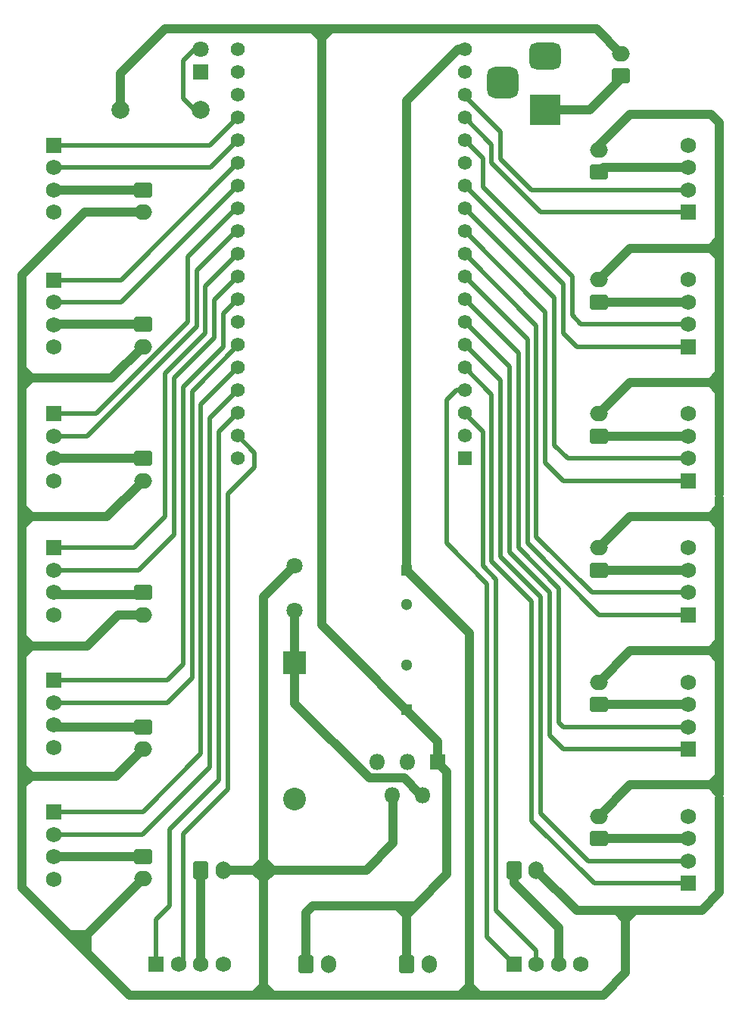
<source format=gtl>
G04 #@! TF.GenerationSoftware,KiCad,Pcbnew,(6.0.7)*
G04 #@! TF.CreationDate,2023-05-03T18:48:37+01:00*
G04 #@! TF.ProjectId,beehive,62656568-6976-4652-9e6b-696361645f70,rev?*
G04 #@! TF.SameCoordinates,Original*
G04 #@! TF.FileFunction,Copper,L1,Top*
G04 #@! TF.FilePolarity,Positive*
%FSLAX46Y46*%
G04 Gerber Fmt 4.6, Leading zero omitted, Abs format (unit mm)*
G04 Created by KiCad (PCBNEW (6.0.7)) date 2023-05-03 18:48:37*
%MOMM*%
%LPD*%
G01*
G04 APERTURE LIST*
G04 Aperture macros list*
%AMRoundRect*
0 Rectangle with rounded corners*
0 $1 Rounding radius*
0 $2 $3 $4 $5 $6 $7 $8 $9 X,Y pos of 4 corners*
0 Add a 4 corners polygon primitive as box body*
4,1,4,$2,$3,$4,$5,$6,$7,$8,$9,$2,$3,0*
0 Add four circle primitives for the rounded corners*
1,1,$1+$1,$2,$3*
1,1,$1+$1,$4,$5*
1,1,$1+$1,$6,$7*
1,1,$1+$1,$8,$9*
0 Add four rect primitives between the rounded corners*
20,1,$1+$1,$2,$3,$4,$5,0*
20,1,$1+$1,$4,$5,$6,$7,0*
20,1,$1+$1,$6,$7,$8,$9,0*
20,1,$1+$1,$8,$9,$2,$3,0*%
G04 Aperture macros list end*
G04 #@! TA.AperFunction,ComponentPad*
%ADD10R,1.750000X1.750000*%
G04 #@! TD*
G04 #@! TA.AperFunction,ComponentPad*
%ADD11C,1.750000*%
G04 #@! TD*
G04 #@! TA.AperFunction,ComponentPad*
%ADD12R,3.500000X3.500000*%
G04 #@! TD*
G04 #@! TA.AperFunction,ComponentPad*
%ADD13RoundRect,0.750000X-1.000000X0.750000X-1.000000X-0.750000X1.000000X-0.750000X1.000000X0.750000X0*%
G04 #@! TD*
G04 #@! TA.AperFunction,ComponentPad*
%ADD14RoundRect,0.875000X-0.875000X0.875000X-0.875000X-0.875000X0.875000X-0.875000X0.875000X0.875000X0*%
G04 #@! TD*
G04 #@! TA.AperFunction,ComponentPad*
%ADD15C,1.800000*%
G04 #@! TD*
G04 #@! TA.AperFunction,ComponentPad*
%ADD16R,1.300000X1.300000*%
G04 #@! TD*
G04 #@! TA.AperFunction,ComponentPad*
%ADD17C,1.300000*%
G04 #@! TD*
G04 #@! TA.AperFunction,ComponentPad*
%ADD18R,2.540000X2.540000*%
G04 #@! TD*
G04 #@! TA.AperFunction,ComponentPad*
%ADD19C,2.540000*%
G04 #@! TD*
G04 #@! TA.AperFunction,ComponentPad*
%ADD20RoundRect,0.250000X-0.600000X-0.750000X0.600000X-0.750000X0.600000X0.750000X-0.600000X0.750000X0*%
G04 #@! TD*
G04 #@! TA.AperFunction,ComponentPad*
%ADD21O,1.700000X2.000000*%
G04 #@! TD*
G04 #@! TA.AperFunction,ComponentPad*
%ADD22R,1.800000X1.800000*%
G04 #@! TD*
G04 #@! TA.AperFunction,ComponentPad*
%ADD23O,1.800000X1.800000*%
G04 #@! TD*
G04 #@! TA.AperFunction,ComponentPad*
%ADD24R,1.560000X1.560000*%
G04 #@! TD*
G04 #@! TA.AperFunction,ComponentPad*
%ADD25C,1.560000*%
G04 #@! TD*
G04 #@! TA.AperFunction,ComponentPad*
%ADD26C,2.000000*%
G04 #@! TD*
G04 #@! TA.AperFunction,ComponentPad*
%ADD27RoundRect,0.250000X0.750000X-0.600000X0.750000X0.600000X-0.750000X0.600000X-0.750000X-0.600000X0*%
G04 #@! TD*
G04 #@! TA.AperFunction,ComponentPad*
%ADD28O,2.000000X1.700000*%
G04 #@! TD*
G04 #@! TA.AperFunction,ComponentPad*
%ADD29RoundRect,0.250000X-0.750000X0.600000X-0.750000X-0.600000X0.750000X-0.600000X0.750000X0.600000X0*%
G04 #@! TD*
G04 #@! TA.AperFunction,Conductor*
%ADD30C,1.000000*%
G04 #@! TD*
G04 #@! TA.AperFunction,Conductor*
%ADD31C,0.500000*%
G04 #@! TD*
G04 APERTURE END LIST*
D10*
X51500000Y-44500000D03*
D11*
X51500000Y-47000000D03*
X51500000Y-49500000D03*
X51500000Y-52000000D03*
D10*
X51500000Y-59550000D03*
D11*
X51500000Y-62050000D03*
X51500000Y-64550000D03*
X51500000Y-67050000D03*
D10*
X51500000Y-74500000D03*
D11*
X51500000Y-77000000D03*
X51500000Y-79500000D03*
X51500000Y-82000000D03*
D10*
X51500000Y-89500000D03*
D11*
X51500000Y-92000000D03*
X51500000Y-94500000D03*
X51500000Y-97000000D03*
D10*
X51500000Y-104300000D03*
D11*
X51500000Y-106800000D03*
X51500000Y-109300000D03*
X51500000Y-111800000D03*
D10*
X63000000Y-136000000D03*
D11*
X65500000Y-136000000D03*
X68000000Y-136000000D03*
X70500000Y-136000000D03*
D10*
X122500000Y-82000000D03*
D11*
X122500000Y-79500000D03*
X122500000Y-77000000D03*
X122500000Y-74500000D03*
D10*
X122500000Y-97000000D03*
D11*
X122500000Y-94500000D03*
X122500000Y-92000000D03*
X122500000Y-89500000D03*
D10*
X122500000Y-127000000D03*
D11*
X122500000Y-124500000D03*
X122500000Y-122000000D03*
X122500000Y-119500000D03*
D10*
X103000000Y-136000000D03*
D11*
X105500000Y-136000000D03*
X108000000Y-136000000D03*
X110500000Y-136000000D03*
D10*
X122500000Y-112000000D03*
D11*
X122500000Y-109500000D03*
X122500000Y-107000000D03*
X122500000Y-104500000D03*
D10*
X122500000Y-52000000D03*
D11*
X122500000Y-49500000D03*
X122500000Y-47000000D03*
X122500000Y-44500000D03*
D10*
X122475000Y-67000000D03*
D11*
X122475000Y-64500000D03*
X122475000Y-62000000D03*
X122475000Y-59500000D03*
D10*
X51525000Y-119050000D03*
D11*
X51525000Y-121550000D03*
X51525000Y-124050000D03*
X51525000Y-126550000D03*
D12*
X106457500Y-40500000D03*
D13*
X106457500Y-34500000D03*
D14*
X101757500Y-37500000D03*
D15*
X78500000Y-96500000D03*
X78500000Y-91500000D03*
D16*
X91000000Y-107621220D03*
D17*
X91000000Y-102621220D03*
D16*
X91000000Y-92000000D03*
D17*
X91000000Y-95800000D03*
D18*
X78500000Y-102380000D03*
D19*
X78500000Y-117620000D03*
D20*
X91000000Y-136000000D03*
D21*
X93500000Y-136000000D03*
D20*
X79750000Y-136000000D03*
D21*
X82250000Y-136000000D03*
D22*
X94500000Y-113471220D03*
D23*
X92800000Y-117171220D03*
X91100000Y-113471220D03*
X89400000Y-117171220D03*
X87700000Y-113471220D03*
D24*
X97500000Y-79500000D03*
D25*
X97500000Y-76960000D03*
X97500000Y-74420000D03*
X97500000Y-71880000D03*
X97500000Y-69340000D03*
X97500000Y-66800000D03*
X97500000Y-64260000D03*
X97500000Y-61720000D03*
X97500000Y-59180000D03*
X97500000Y-56640000D03*
X97500000Y-54100000D03*
X97500000Y-51560000D03*
X97500000Y-49020000D03*
X97500000Y-46480000D03*
X97500000Y-43940000D03*
X97500000Y-41400000D03*
X97500000Y-38860000D03*
X97500000Y-36320000D03*
X97500000Y-33780000D03*
X72100000Y-79500000D03*
X72100000Y-76960000D03*
X72100000Y-74420000D03*
X72100000Y-71880000D03*
X72100000Y-69340000D03*
X72100000Y-66800000D03*
X72100000Y-64260000D03*
X72100000Y-61720000D03*
X72100000Y-59180000D03*
X72100000Y-56640000D03*
X72100000Y-54100000D03*
X72100000Y-51560000D03*
X72100000Y-49020000D03*
X72100000Y-46480000D03*
X72100000Y-43940000D03*
X72100000Y-41400000D03*
X72100000Y-38860000D03*
X72100000Y-36320000D03*
X72100000Y-33780000D03*
D22*
X68000000Y-36275000D03*
D15*
X68000000Y-33735000D03*
D26*
X68000000Y-40500000D03*
X59000000Y-40500000D03*
D27*
X112475000Y-92000000D03*
D28*
X112475000Y-89500000D03*
D29*
X61500000Y-64500000D03*
D28*
X61500000Y-67000000D03*
D29*
X61500000Y-94500000D03*
D28*
X61500000Y-97000000D03*
D27*
X112500000Y-77000000D03*
D28*
X112500000Y-74500000D03*
D20*
X103000000Y-125500000D03*
D21*
X105500000Y-125500000D03*
D27*
X112500000Y-122000000D03*
D28*
X112500000Y-119500000D03*
D27*
X112475000Y-62000000D03*
D28*
X112475000Y-59500000D03*
D29*
X61500000Y-49500000D03*
D28*
X61500000Y-52000000D03*
D27*
X112500000Y-47500000D03*
D28*
X112500000Y-45000000D03*
D27*
X114975000Y-36750000D03*
D28*
X114975000Y-34250000D03*
D29*
X61500000Y-79500000D03*
D28*
X61500000Y-82000000D03*
D20*
X68000000Y-125500000D03*
D21*
X70500000Y-125500000D03*
D27*
X112500000Y-107000000D03*
D28*
X112500000Y-104500000D03*
D29*
X61500000Y-124000000D03*
D28*
X61500000Y-126500000D03*
D29*
X61500000Y-109500000D03*
D28*
X61500000Y-112000000D03*
D30*
X112225000Y-31500000D02*
X82500000Y-31500000D01*
X92000000Y-129500000D02*
X91000000Y-130500000D01*
X81500000Y-98121220D02*
X94500000Y-111121220D01*
X95500000Y-126000000D02*
X92000000Y-129500000D01*
X81500000Y-32500000D02*
X80500000Y-31500000D01*
X114975000Y-34250000D02*
X112225000Y-31500000D01*
X80500000Y-129500000D02*
X79750000Y-130250000D01*
X95500000Y-114500000D02*
X95500000Y-126000000D01*
X94500000Y-111121220D02*
X94500000Y-113500000D01*
X94500000Y-113500000D02*
X95500000Y-114500000D01*
X81500000Y-32500000D02*
X81500000Y-98121220D01*
X90000000Y-129500000D02*
X92000000Y-129500000D01*
X80500000Y-31500000D02*
X64000000Y-31500000D01*
X79750000Y-130250000D02*
X79750000Y-136000000D01*
X91000000Y-130500000D02*
X90000000Y-129500000D01*
X80500000Y-31500000D02*
X82500000Y-31500000D01*
X64000000Y-31500000D02*
X59000000Y-36500000D01*
X82500000Y-31500000D02*
X81500000Y-32500000D01*
X90000000Y-129500000D02*
X80500000Y-129500000D01*
X59000000Y-36500000D02*
X59000000Y-40500000D01*
X91000000Y-130500000D02*
X91000000Y-136000000D01*
X92550000Y-117050000D02*
X90750000Y-115250000D01*
X90750000Y-115250000D02*
X86800000Y-115250000D01*
X86800000Y-115250000D02*
X78500000Y-106950000D01*
X78500000Y-106950000D02*
X78500000Y-102380000D01*
X78500000Y-102380000D02*
X78500000Y-96500000D01*
X61500000Y-49500000D02*
X51500000Y-49500000D01*
X61500000Y-64500000D02*
X51550000Y-64500000D01*
X51550000Y-64500000D02*
X51500000Y-64550000D01*
D31*
X69040000Y-47000000D02*
X51500000Y-47000000D01*
X72100000Y-43940000D02*
X69040000Y-47000000D01*
X69000000Y-44500000D02*
X51500000Y-44500000D01*
X72100000Y-41400000D02*
X69000000Y-44500000D01*
D30*
X126000000Y-116000000D02*
X116000000Y-116000000D01*
X96720000Y-33780000D02*
X91000000Y-39500000D01*
X75000000Y-139500000D02*
X75000000Y-128500000D01*
X125000000Y-101000000D02*
X126000000Y-102000000D01*
X75000000Y-124500000D02*
X76000000Y-125500000D01*
X76000000Y-125500000D02*
X75000000Y-125500000D01*
X75000000Y-124500000D02*
X74000000Y-125500000D01*
X49000000Y-86000000D02*
X48000000Y-85000000D01*
X97500000Y-33780000D02*
X96720000Y-33780000D01*
X55250000Y-100500000D02*
X49000000Y-100500000D01*
X75000000Y-126000000D02*
X75000000Y-95000000D01*
X49000000Y-115000000D02*
X48000000Y-114000000D01*
X115500000Y-137000000D02*
X115500000Y-131000000D01*
X48000000Y-114000000D02*
X48000000Y-117025000D01*
X125000000Y-71000000D02*
X126000000Y-72000000D01*
X125000000Y-101000000D02*
X116000000Y-101000000D01*
X126000000Y-115000000D02*
X125000000Y-116000000D01*
X76000000Y-139500000D02*
X100000000Y-139500000D01*
X89500000Y-117271220D02*
X89500000Y-122500000D01*
X116500000Y-130000000D02*
X124000000Y-130000000D01*
X75000000Y-125500000D02*
X76000000Y-125500000D01*
X55000000Y-134500000D02*
X60000000Y-139500000D01*
X126000000Y-128000000D02*
X126000000Y-117500000D01*
X125000000Y-86000000D02*
X126000000Y-85000000D01*
X86500000Y-125500000D02*
X75000000Y-125500000D01*
X61500000Y-52000000D02*
X55000000Y-52000000D01*
X53250000Y-132750000D02*
X55250000Y-132750000D01*
X55250000Y-132750000D02*
X55250000Y-134750000D01*
X115500000Y-131000000D02*
X116500000Y-130000000D01*
X48000000Y-69500000D02*
X49000000Y-70500000D01*
X49000000Y-115000000D02*
X48000000Y-116000000D01*
X48000000Y-70500000D02*
X49500000Y-70500000D01*
X110000000Y-130000000D02*
X114500000Y-130000000D01*
X48000000Y-117000000D02*
X48000000Y-127500000D01*
X48000000Y-100500000D02*
X48000000Y-101500000D01*
X125000000Y-56000000D02*
X126000000Y-55000000D01*
X75000000Y-125500000D02*
X75000000Y-124500000D01*
X96500000Y-139500000D02*
X98000000Y-139500000D01*
X66525000Y-139500000D02*
X74000000Y-139500000D01*
X48000000Y-70500000D02*
X48000000Y-71500000D01*
X98000000Y-138500000D02*
X98000000Y-139500000D01*
X48000000Y-69500000D02*
X48000000Y-84500000D01*
X70500000Y-125500000D02*
X74000000Y-125500000D01*
X48000000Y-69500000D02*
X48000000Y-70500000D01*
X74000000Y-125500000D02*
X75000000Y-125500000D01*
X58750000Y-97000000D02*
X55250000Y-100500000D01*
X61500000Y-112000000D02*
X58500000Y-115000000D01*
X125000000Y-86000000D02*
X115975000Y-86000000D01*
X48000000Y-84500000D02*
X48000000Y-86000000D01*
X115975000Y-86000000D02*
X112475000Y-89500000D01*
X49000000Y-86000000D02*
X48000000Y-87000000D01*
X91000000Y-92000000D02*
X98000000Y-99000000D01*
X74000000Y-139500000D02*
X75000000Y-139500000D01*
X126000000Y-102000000D02*
X126000000Y-99500000D01*
X58000000Y-70500000D02*
X61500000Y-67000000D01*
X49000000Y-100500000D02*
X48000000Y-99500000D01*
X49500000Y-70500000D02*
X58000000Y-70500000D01*
X114500000Y-130000000D02*
X115500000Y-131000000D01*
X61500000Y-97000000D02*
X58750000Y-97000000D01*
X125000000Y-116000000D02*
X126000000Y-117000000D01*
X75000000Y-128500000D02*
X75000000Y-126500000D01*
X125000000Y-101000000D02*
X126000000Y-100000000D01*
X48000000Y-86000000D02*
X48000000Y-87000000D01*
X126000000Y-87000000D02*
X126000000Y-85000000D01*
X125000000Y-56000000D02*
X126000000Y-57000000D01*
X48000000Y-113500000D02*
X48000000Y-114000000D01*
X125000000Y-56000000D02*
X115975000Y-56000000D01*
X115500000Y-131000000D02*
X115500000Y-130000000D01*
X75000000Y-126500000D02*
X76000000Y-125500000D01*
X48000000Y-114000000D02*
X48000000Y-115500000D01*
X116000000Y-116000000D02*
X112500000Y-119500000D01*
X75000000Y-95000000D02*
X78500000Y-91500000D01*
X116000000Y-101000000D02*
X112500000Y-104500000D01*
X48000000Y-86000000D02*
X49000000Y-86000000D01*
X125000000Y-86000000D02*
X126000000Y-87000000D01*
X125000000Y-41000000D02*
X116000000Y-41000000D01*
X112500000Y-44500000D02*
X112500000Y-45000000D01*
X126000000Y-83500000D02*
X126000000Y-42000000D01*
X48000000Y-87000000D02*
X48000000Y-93012500D01*
X55000000Y-52000000D02*
X48000000Y-59000000D01*
X75000000Y-138500000D02*
X74000000Y-139500000D01*
X116000000Y-41000000D02*
X112500000Y-44500000D01*
X75000000Y-126500000D02*
X75000000Y-125500000D01*
X99000000Y-139500000D02*
X99500000Y-139500000D01*
X89400000Y-117171220D02*
X89500000Y-117271220D01*
X126000000Y-101000000D02*
X125000000Y-101000000D01*
X49000000Y-70500000D02*
X48000000Y-71500000D01*
X48000000Y-85000000D02*
X48000000Y-84500000D01*
X49000000Y-115000000D02*
X48000000Y-115000000D01*
X48000000Y-59000000D02*
X48000000Y-69500000D01*
X125000000Y-71000000D02*
X126000000Y-70000000D01*
X53250000Y-132750000D02*
X55250000Y-134750000D01*
X98000000Y-138500000D02*
X99000000Y-139500000D01*
X75000000Y-139500000D02*
X75000000Y-138500000D01*
X126000000Y-115500000D02*
X126000000Y-99500000D01*
X115975000Y-71000000D02*
X112475000Y-74500000D01*
X113000000Y-139500000D02*
X115500000Y-137000000D01*
X48000000Y-113000000D02*
X48000000Y-114000000D01*
X49000000Y-100500000D02*
X48000000Y-101500000D01*
X126000000Y-57000000D02*
X126000000Y-55000000D01*
X89500000Y-122500000D02*
X86500000Y-125500000D01*
X74000000Y-125500000D02*
X75000000Y-126500000D01*
X126000000Y-72000000D02*
X126000000Y-70000000D01*
X75000000Y-138500000D02*
X76000000Y-139500000D01*
X48000000Y-127500000D02*
X55250000Y-134750000D01*
X114500000Y-130000000D02*
X116500000Y-130000000D01*
X126000000Y-42000000D02*
X125000000Y-41000000D01*
X126000000Y-117000000D02*
X126000000Y-115000000D01*
X49000000Y-86000000D02*
X57500000Y-86000000D01*
X49000000Y-100500000D02*
X48000000Y-100500000D01*
X125000000Y-71000000D02*
X115975000Y-71000000D01*
X98000000Y-99000000D02*
X98000000Y-139000000D01*
X60000000Y-139500000D02*
X66500000Y-139500000D01*
X97500000Y-139000000D02*
X98000000Y-139500000D01*
X97000000Y-139500000D02*
X96500000Y-139500000D01*
X58500000Y-115000000D02*
X49000000Y-115000000D01*
X98000000Y-139500000D02*
X99500000Y-139500000D01*
X49000000Y-70500000D02*
X49500000Y-70500000D01*
X126000000Y-99500000D02*
X126000000Y-84000000D01*
X98000000Y-138500000D02*
X97000000Y-139500000D01*
X48000000Y-99500000D02*
X48000000Y-100500000D01*
X57500000Y-86000000D02*
X61500000Y-82000000D01*
X54500000Y-133500000D02*
X55250000Y-132750000D01*
X100000000Y-139500000D02*
X113000000Y-139500000D01*
X91000000Y-39500000D02*
X91000000Y-92000000D01*
X48000000Y-99000000D02*
X48000000Y-113000000D01*
X105500000Y-125500000D02*
X110000000Y-130000000D01*
X124000000Y-130000000D02*
X126000000Y-128000000D01*
X75000000Y-139500000D02*
X76000000Y-139500000D01*
X115975000Y-56000000D02*
X112475000Y-59500000D01*
X48000000Y-93012500D02*
X48000000Y-99500000D01*
X54237500Y-133762500D02*
X61500000Y-126500000D01*
D31*
X59070000Y-62050000D02*
X51500000Y-62050000D01*
X72100000Y-49020000D02*
X59070000Y-62050000D01*
X59030000Y-59550000D02*
X51500000Y-59550000D01*
X72100000Y-46480000D02*
X59030000Y-59550000D01*
X71900000Y-54100000D02*
X67500000Y-58500000D01*
X55255025Y-77000000D02*
X51500000Y-77000000D01*
X67500000Y-58500000D02*
X67500000Y-64755025D01*
X72100000Y-54100000D02*
X71900000Y-54100000D01*
X67500000Y-64755025D02*
X55255025Y-77000000D01*
X72100000Y-51560000D02*
X71940000Y-51560000D01*
X56250000Y-74500000D02*
X51500000Y-74500000D01*
X66500000Y-64250000D02*
X56250000Y-74500000D01*
X66500000Y-57000000D02*
X66500000Y-64250000D01*
X71940000Y-51560000D02*
X66500000Y-57000000D01*
X65000000Y-70500000D02*
X65000000Y-88000000D01*
X61000000Y-92000000D02*
X51500000Y-92000000D01*
X65000000Y-88000000D02*
X61000000Y-92000000D01*
X69500000Y-66000000D02*
X65000000Y-70500000D01*
X72100000Y-59180000D02*
X69500000Y-61780000D01*
X69500000Y-61780000D02*
X69500000Y-66000000D01*
X64000000Y-86000000D02*
X60500000Y-89500000D01*
X68500000Y-60240000D02*
X68500000Y-65500000D01*
X68500000Y-65500000D02*
X64000000Y-70000000D01*
X60500000Y-89500000D02*
X51500000Y-89500000D01*
X64000000Y-70000000D02*
X64000000Y-86000000D01*
X72100000Y-56640000D02*
X68500000Y-60240000D01*
X67000000Y-104000000D02*
X64200000Y-106800000D01*
X72100000Y-66900000D02*
X67000000Y-72000000D01*
X67000000Y-72000000D02*
X67000000Y-104000000D01*
X64200000Y-106800000D02*
X51500000Y-106800000D01*
X72100000Y-66800000D02*
X72100000Y-66900000D01*
X66000000Y-71500000D02*
X70500000Y-67000000D01*
X64200000Y-104300000D02*
X66000000Y-102500000D01*
X70500000Y-67000000D02*
X70500000Y-63320000D01*
X51500000Y-104300000D02*
X64200000Y-104300000D01*
X70500000Y-63320000D02*
X72100000Y-61720000D01*
X66000000Y-102500000D02*
X66000000Y-71500000D01*
X74000000Y-80500000D02*
X71000000Y-83500000D01*
X66000000Y-121500000D02*
X66000000Y-135500000D01*
X71000000Y-116500000D02*
X66000000Y-121500000D01*
X66000000Y-135500000D02*
X65500000Y-136000000D01*
X71000000Y-83500000D02*
X71000000Y-116500000D01*
X72100000Y-76960000D02*
X74000000Y-78860000D01*
X74000000Y-78860000D02*
X74000000Y-80500000D01*
X72100000Y-74420000D02*
X70000000Y-76520000D01*
X70000000Y-76520000D02*
X70000000Y-115500000D01*
X64500000Y-129500000D02*
X63000000Y-131000000D01*
X64500000Y-121000000D02*
X64500000Y-129500000D01*
X63000000Y-131000000D02*
X63000000Y-136000000D01*
X70000000Y-115500000D02*
X64500000Y-121000000D01*
X109000000Y-79500000D02*
X122500000Y-79500000D01*
X107500000Y-61560000D02*
X107500000Y-78000000D01*
X97500000Y-51560000D02*
X107500000Y-61560000D01*
X107500000Y-78000000D02*
X109000000Y-79500000D01*
X106500000Y-63100000D02*
X106500000Y-80000000D01*
X106500000Y-80000000D02*
X108500000Y-82000000D01*
X108500000Y-82000000D02*
X122500000Y-82000000D01*
X97500000Y-54100000D02*
X106500000Y-63100000D01*
X104500000Y-89000000D02*
X112500000Y-97000000D01*
X104500000Y-66180000D02*
X104500000Y-89000000D01*
X112500000Y-97000000D02*
X122500000Y-97000000D01*
X97500000Y-59180000D02*
X104500000Y-66180000D01*
X105500000Y-64640000D02*
X97500000Y-56640000D01*
X122500000Y-94500000D02*
X111750000Y-94500000D01*
X105500000Y-88250000D02*
X105500000Y-64640000D01*
X111750000Y-94500000D02*
X105500000Y-88250000D01*
X105000000Y-95500000D02*
X105000000Y-120000000D01*
X112000000Y-127000000D02*
X122500000Y-127000000D01*
X97500000Y-69340000D02*
X100500000Y-72340000D01*
X100500000Y-91000000D02*
X105000000Y-95500000D01*
X105000000Y-120000000D02*
X112000000Y-127000000D01*
X100500000Y-72340000D02*
X100500000Y-91000000D01*
X111317525Y-124500000D02*
X122500000Y-124500000D01*
X101500000Y-90500000D02*
X106000000Y-95000000D01*
X106000000Y-95000000D02*
X106000000Y-119182475D01*
X101500000Y-70800000D02*
X101500000Y-90500000D01*
X106000000Y-119182475D02*
X111317525Y-124500000D01*
X97500000Y-66800000D02*
X101500000Y-70800000D01*
X101000000Y-130000000D02*
X105500000Y-134500000D01*
X101000000Y-93005025D02*
X101000000Y-130000000D01*
X99500000Y-91505025D02*
X101000000Y-93005025D01*
X99500000Y-76500000D02*
X99500000Y-91505025D01*
X97500000Y-74500000D02*
X99500000Y-76500000D01*
X105500000Y-134500000D02*
X105500000Y-136000000D01*
X97500000Y-74420000D02*
X97500000Y-74500000D01*
X95500000Y-89000000D02*
X95500000Y-73000000D01*
X96620000Y-71880000D02*
X97500000Y-71880000D01*
X95500000Y-73000000D02*
X96620000Y-71880000D01*
X103000000Y-136000000D02*
X100000000Y-133000000D01*
X100000000Y-93500000D02*
X95500000Y-89000000D01*
X100000000Y-133000000D02*
X100000000Y-93500000D01*
X103500000Y-89507538D02*
X103500000Y-67720000D01*
X108500000Y-109500000D02*
X108000000Y-109000000D01*
X122225000Y-109500000D02*
X108500000Y-109500000D01*
X108000000Y-109000000D02*
X108000000Y-94007538D01*
X108000000Y-94007538D02*
X103500000Y-89507538D01*
X103500000Y-67720000D02*
X97500000Y-61720000D01*
X107000000Y-110500000D02*
X108500000Y-112000000D01*
X102500000Y-69260000D02*
X102500000Y-90005025D01*
X97500000Y-64260000D02*
X102500000Y-69260000D01*
X107000000Y-94505025D02*
X107000000Y-110500000D01*
X108500000Y-112000000D02*
X122500000Y-112000000D01*
X102500000Y-90005025D02*
X107000000Y-94505025D01*
X101500000Y-43000000D02*
X101500000Y-46000000D01*
X101500000Y-46000000D02*
X105000000Y-49500000D01*
X105000000Y-49500000D02*
X122500000Y-49500000D01*
X97500000Y-38860000D02*
X97500000Y-39000000D01*
X97500000Y-39000000D02*
X101500000Y-43000000D01*
X106000000Y-52000000D02*
X122500000Y-52000000D01*
X100500000Y-46500000D02*
X106000000Y-52000000D01*
X97500000Y-41400000D02*
X100500000Y-44400000D01*
X100500000Y-44400000D02*
X100500000Y-46500000D01*
X122475000Y-64500000D02*
X110500000Y-64500000D01*
X99500000Y-45940000D02*
X97500000Y-43940000D01*
X109500000Y-59187500D02*
X99500000Y-49187500D01*
X110500000Y-64500000D02*
X109500000Y-63500000D01*
X109500000Y-63500000D02*
X109500000Y-59187500D01*
X99500000Y-49187500D02*
X99500000Y-45940000D01*
X122475000Y-67000000D02*
X110000000Y-67000000D01*
X110000000Y-67000000D02*
X108500000Y-65500000D01*
X108500000Y-65500000D02*
X108500000Y-60020000D01*
X108500000Y-60020000D02*
X97500000Y-49020000D01*
X61500000Y-119000000D02*
X51575000Y-119000000D01*
X68000000Y-73440000D02*
X68000000Y-112500000D01*
X68000000Y-112500000D02*
X61500000Y-119000000D01*
X72100000Y-69340000D02*
X68000000Y-73440000D01*
X51575000Y-119000000D02*
X51525000Y-119050000D01*
X72100000Y-71880000D02*
X69000000Y-74980000D01*
X69000000Y-74980000D02*
X69000000Y-114000000D01*
X61450000Y-121550000D02*
X51525000Y-121550000D01*
X69000000Y-114000000D02*
X61450000Y-121550000D01*
X67250000Y-40500000D02*
X66000000Y-39250000D01*
X66000000Y-35000000D02*
X67265000Y-33735000D01*
X66000000Y-39250000D02*
X66000000Y-35000000D01*
X68000000Y-40500000D02*
X67250000Y-40500000D01*
X67265000Y-33735000D02*
X68000000Y-33735000D01*
D30*
X108000000Y-132000000D02*
X108000000Y-136000000D01*
X103000000Y-125500000D02*
X103000000Y-127000000D01*
X103000000Y-127000000D02*
X108000000Y-132000000D01*
X112500000Y-107000000D02*
X122225000Y-107000000D01*
X61500000Y-79500000D02*
X51500000Y-79500000D01*
X61500000Y-94500000D02*
X61250000Y-94750000D01*
X61250000Y-94750000D02*
X51750000Y-94750000D01*
X51750000Y-94750000D02*
X51500000Y-94500000D01*
X61500000Y-109500000D02*
X51700000Y-109500000D01*
X51700000Y-109500000D02*
X51500000Y-109300000D01*
X68000000Y-136000000D02*
X68000000Y-125475000D01*
X112475000Y-92000000D02*
X122500000Y-92000000D01*
X112500000Y-122000000D02*
X122500000Y-122000000D01*
X112487500Y-77000000D02*
X122512500Y-77000000D01*
X112475000Y-62000000D02*
X122475000Y-62000000D01*
X112500000Y-47500000D02*
X113000000Y-47000000D01*
X113000000Y-47000000D02*
X122500000Y-47000000D01*
X51500000Y-124000000D02*
X61500000Y-124000000D01*
X111500000Y-40500000D02*
X106457500Y-40500000D01*
X114975000Y-36750000D02*
X114975000Y-37025000D01*
X114975000Y-37025000D02*
X111500000Y-40500000D01*
M02*

</source>
